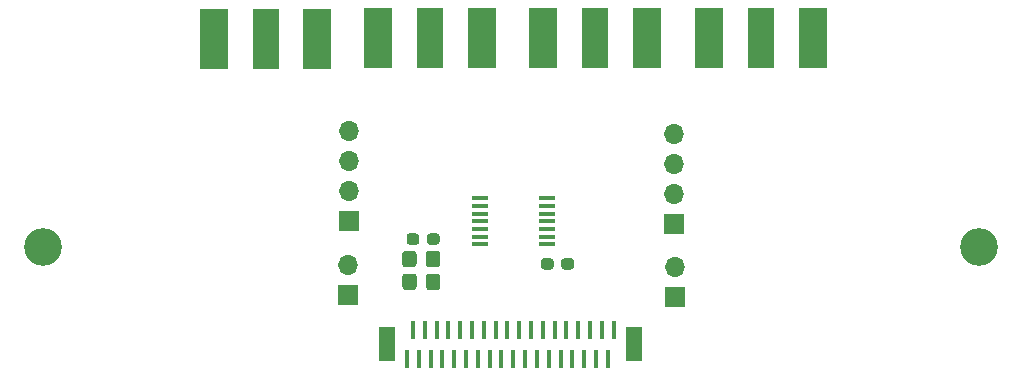
<source format=gbr>
%TF.GenerationSoftware,KiCad,Pcbnew,5.1.10-88a1d61d58~88~ubuntu18.04.1*%
%TF.CreationDate,2021-07-26T17:39:40+07:00*%
%TF.ProjectId,ADV728xM_EVAL_SMA-FFC_AETINA_ACE_CAM6C,41445637-3238-4784-9d5f-4556414c5f53,rev?*%
%TF.SameCoordinates,Original*%
%TF.FileFunction,Soldermask,Top*%
%TF.FilePolarity,Negative*%
%FSLAX46Y46*%
G04 Gerber Fmt 4.6, Leading zero omitted, Abs format (unit mm)*
G04 Created by KiCad (PCBNEW 5.1.10-88a1d61d58~88~ubuntu18.04.1) date 2021-07-26 17:39:40*
%MOMM*%
%LPD*%
G01*
G04 APERTURE LIST*
%ADD10C,3.200000*%
%ADD11R,0.400000X1.600000*%
%ADD12R,1.400000X2.900000*%
%ADD13O,1.700000X1.700000*%
%ADD14R,1.700000X1.700000*%
%ADD15R,2.286000X5.080000*%
%ADD16R,2.413000X5.080000*%
%ADD17R,1.358900X0.355600*%
G04 APERTURE END LIST*
D10*
%TO.C,H2*%
X198450200Y-96659700D03*
%TD*%
%TO.C,H1*%
X119227600Y-96685100D03*
%TD*%
%TO.C,R2*%
G36*
G01*
X149631600Y-98151101D02*
X149631600Y-97251099D01*
G75*
G02*
X149881599Y-97001100I249999J0D01*
G01*
X150581601Y-97001100D01*
G75*
G02*
X150831600Y-97251099I0J-249999D01*
G01*
X150831600Y-98151101D01*
G75*
G02*
X150581601Y-98401100I-249999J0D01*
G01*
X149881599Y-98401100D01*
G75*
G02*
X149631600Y-98151101I0J249999D01*
G01*
G37*
G36*
G01*
X151631600Y-98151101D02*
X151631600Y-97251099D01*
G75*
G02*
X151881599Y-97001100I249999J0D01*
G01*
X152581601Y-97001100D01*
G75*
G02*
X152831600Y-97251099I0J-249999D01*
G01*
X152831600Y-98151101D01*
G75*
G02*
X152581601Y-98401100I-249999J0D01*
G01*
X151881599Y-98401100D01*
G75*
G02*
X151631600Y-98151101I0J249999D01*
G01*
G37*
%TD*%
%TO.C,R1*%
G36*
G01*
X151637440Y-100086581D02*
X151637440Y-99186579D01*
G75*
G02*
X151887439Y-98936580I249999J0D01*
G01*
X152587441Y-98936580D01*
G75*
G02*
X152837440Y-99186579I0J-249999D01*
G01*
X152837440Y-100086581D01*
G75*
G02*
X152587441Y-100336580I-249999J0D01*
G01*
X151887439Y-100336580D01*
G75*
G02*
X151637440Y-100086581I0J249999D01*
G01*
G37*
G36*
G01*
X149637440Y-100086581D02*
X149637440Y-99186579D01*
G75*
G02*
X149887439Y-98936580I249999J0D01*
G01*
X150587441Y-98936580D01*
G75*
G02*
X150837440Y-99186579I0J-249999D01*
G01*
X150837440Y-100086581D01*
G75*
G02*
X150587441Y-100336580I-249999J0D01*
G01*
X149887439Y-100336580D01*
G75*
G02*
X149637440Y-100086581I0J249999D01*
G01*
G37*
%TD*%
D11*
%TO.C,J9*%
X167525400Y-103727400D03*
X167025400Y-106127400D03*
X166525400Y-103727400D03*
X166025400Y-106127400D03*
X165525400Y-103727400D03*
X165025400Y-106127400D03*
X164525400Y-103727400D03*
X164025400Y-106127400D03*
X163525400Y-103727400D03*
X163025400Y-106127400D03*
X162525400Y-103727400D03*
X162025400Y-106127400D03*
X161525400Y-103727400D03*
X161025400Y-106127400D03*
X160525400Y-103727400D03*
X160025400Y-106127400D03*
X159525400Y-103727400D03*
X159025400Y-106127400D03*
X158525400Y-103727400D03*
X158025400Y-106127400D03*
X157525400Y-103727400D03*
X157025400Y-106127400D03*
X156525400Y-103727400D03*
X156025400Y-106127400D03*
X155525400Y-103727400D03*
X155025400Y-106127400D03*
X154525400Y-103727400D03*
X154025400Y-106127400D03*
X153525400Y-103727400D03*
X153025400Y-106127400D03*
X152525400Y-103727400D03*
X152025400Y-106127400D03*
X151525400Y-103727400D03*
X151025400Y-106127400D03*
X150525400Y-103727400D03*
X150025400Y-106127400D03*
D12*
X169225400Y-104927400D03*
X148325400Y-104927400D03*
%TD*%
D13*
%TO.C,J6*%
X172656500Y-87147400D03*
X172656500Y-89687400D03*
X172656500Y-92227400D03*
D14*
X172656500Y-94767400D03*
%TD*%
D15*
%TO.C,J3*%
X165950900Y-79019400D03*
D16*
X170332400Y-79019400D03*
X161569400Y-79019400D03*
%TD*%
D15*
%TO.C,J4*%
X179997100Y-79019400D03*
D16*
X184378600Y-79019400D03*
X175615600Y-79019400D03*
%TD*%
D15*
%TO.C,J1*%
X138061700Y-79070200D03*
D16*
X142443200Y-79070200D03*
X133680200Y-79070200D03*
%TD*%
D15*
%TO.C,J2*%
X151980900Y-79019400D03*
D16*
X156362400Y-79019400D03*
X147599400Y-79019400D03*
%TD*%
%TO.C,C2*%
G36*
G01*
X149984000Y-96249500D02*
X149984000Y-95774500D01*
G75*
G02*
X150221500Y-95537000I237500J0D01*
G01*
X150821500Y-95537000D01*
G75*
G02*
X151059000Y-95774500I0J-237500D01*
G01*
X151059000Y-96249500D01*
G75*
G02*
X150821500Y-96487000I-237500J0D01*
G01*
X150221500Y-96487000D01*
G75*
G02*
X149984000Y-96249500I0J237500D01*
G01*
G37*
G36*
G01*
X151709000Y-96249500D02*
X151709000Y-95774500D01*
G75*
G02*
X151946500Y-95537000I237500J0D01*
G01*
X152546500Y-95537000D01*
G75*
G02*
X152784000Y-95774500I0J-237500D01*
G01*
X152784000Y-96249500D01*
G75*
G02*
X152546500Y-96487000I-237500J0D01*
G01*
X151946500Y-96487000D01*
G75*
G02*
X151709000Y-96249500I0J237500D01*
G01*
G37*
%TD*%
%TO.C,C1*%
G36*
G01*
X162433120Y-97877620D02*
X162433120Y-98352620D01*
G75*
G02*
X162195620Y-98590120I-237500J0D01*
G01*
X161595620Y-98590120D01*
G75*
G02*
X161358120Y-98352620I0J237500D01*
G01*
X161358120Y-97877620D01*
G75*
G02*
X161595620Y-97640120I237500J0D01*
G01*
X162195620Y-97640120D01*
G75*
G02*
X162433120Y-97877620I0J-237500D01*
G01*
G37*
G36*
G01*
X164158120Y-97877620D02*
X164158120Y-98352620D01*
G75*
G02*
X163920620Y-98590120I-237500J0D01*
G01*
X163320620Y-98590120D01*
G75*
G02*
X163083120Y-98352620I0J237500D01*
G01*
X163083120Y-97877620D01*
G75*
G02*
X163320620Y-97640120I237500J0D01*
G01*
X163920620Y-97640120D01*
G75*
G02*
X164158120Y-97877620I0J-237500D01*
G01*
G37*
%TD*%
D14*
%TO.C,J5*%
X145084800Y-94500700D03*
D13*
X145084800Y-91960700D03*
X145084800Y-89420700D03*
X145084800Y-86880700D03*
%TD*%
D14*
%TO.C,J8*%
X172694600Y-100939600D03*
D13*
X172694600Y-98399600D03*
%TD*%
%TO.C,J7*%
X145034000Y-98209100D03*
D14*
X145034000Y-100749100D03*
%TD*%
D17*
%TO.C,U1*%
X156165550Y-96450699D03*
X156165550Y-95800700D03*
X156165550Y-95150699D03*
X156165550Y-94500700D03*
X156165550Y-93850699D03*
X156165550Y-93200700D03*
X156165550Y-92550699D03*
X161918650Y-92550701D03*
X161918650Y-93200700D03*
X161918650Y-93850701D03*
X161918650Y-94500700D03*
X161918650Y-95150699D03*
X161918650Y-95800700D03*
X161918650Y-96450701D03*
%TD*%
M02*

</source>
